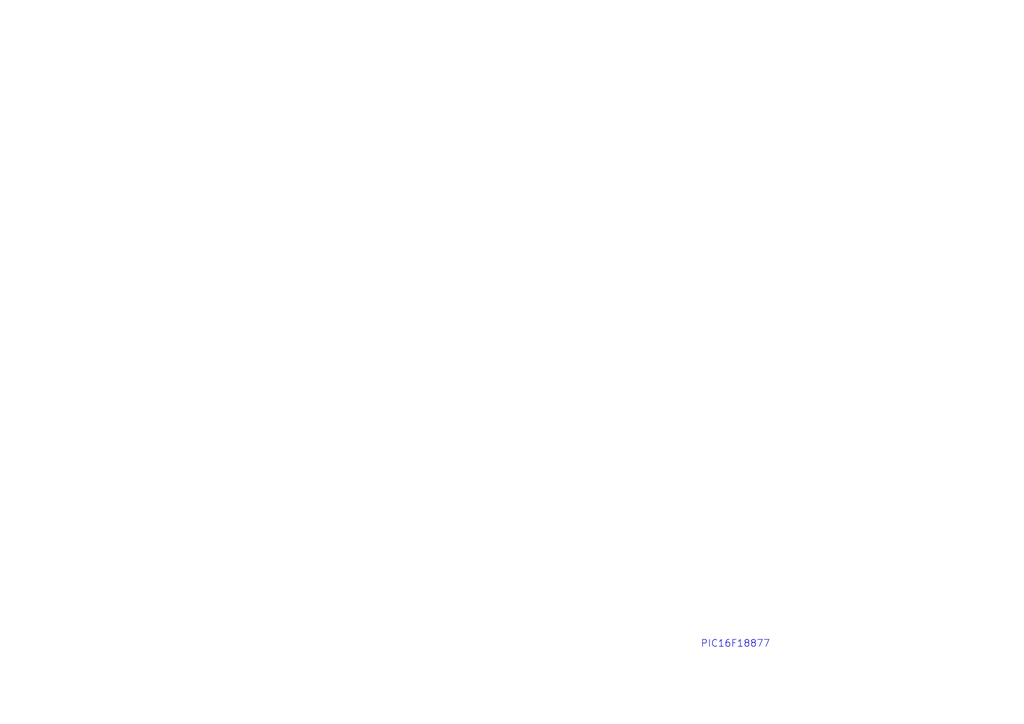
<source format=kicad_sch>
(kicad_sch (version 20230121) (generator eeschema)
  (paper "A4")
  (title_block (title "MCU") (date "01/2023") (rev "A") (comment 1 "Preampifier A/D"))
  (lib_symbols)
  (text "PIC16F18877" (at 203.2 187.96 0) (effects (font (size 2 2)) (justify left bottom)))
)
</source>
